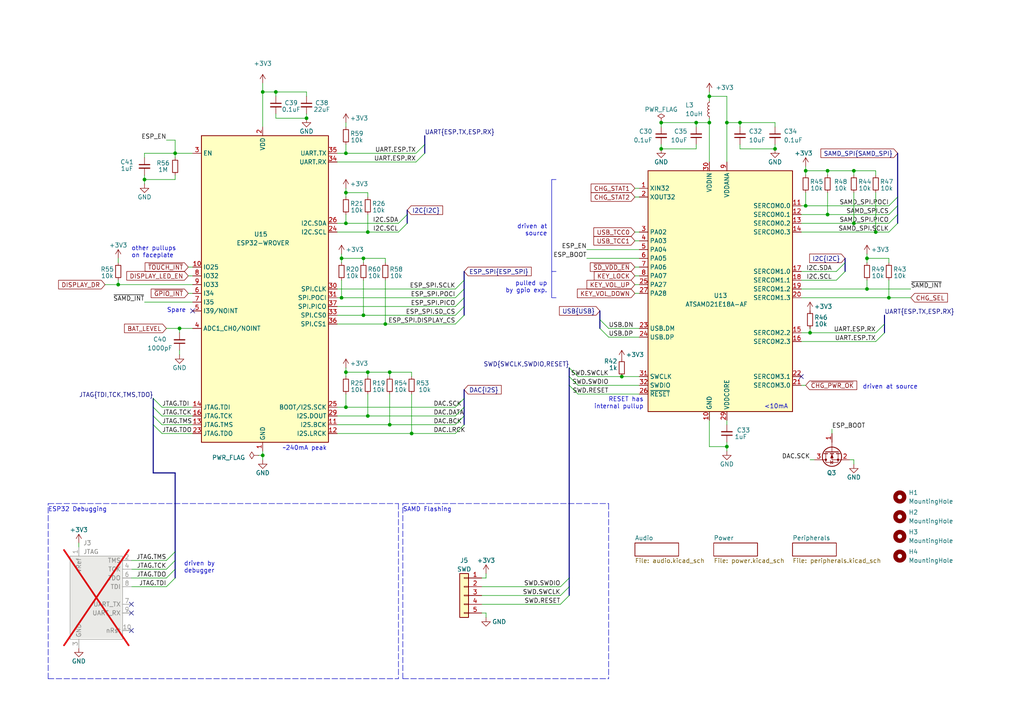
<source format=kicad_sch>
(kicad_sch (version 20230121) (generator eeschema)
  (paper "A4")
  (title_block (title "TANGARA") (date "2023-05-30") (rev "4") (company "made by jacqueline") (comment 1 "SPDX-License-Identifier: CERN-OHL-S-2.0"))
  (lib_symbols
    (symbol "Connector_Generic:Conn_01x05" (pin_names (offset 1.016) hide)
      (property "Reference" "J" (at 0 7.62 0))
      (property "Value" "Conn_01x05" (at 0 -7.62 0))
      (symbol "Conn_01x05_1_1"
        (rectangle (start -1.27 -4.953) (end 0 -5.207) (stroke (width 0.1524)))
        (rectangle (start -1.27 -2.413) (end 0 -2.667) (stroke (width 0.1524)))
        (rectangle (start -1.27 0.127) (end 0 -0.127) (stroke (width 0.1524)))
        (rectangle (start -1.27 2.667) (end 0 2.413) (stroke (width 0.1524)))
        (rectangle (start -1.27 5.207) (end 0 4.953) (stroke (width 0.1524)))
        (rectangle (start -1.27 6.35) (end 1.27 -6.35) (stroke (width 0.254)) (fill (type background)))
        (pin passive line (at -5.08 5.08 0) (length 3.81) (name "Pin_1") (number "1"))
        (pin passive line (at -5.08 2.54 0) (length 3.81) (name "Pin_2") (number "2"))
        (pin passive line (at -5.08 0 0) (length 3.81) (name "Pin_3") (number "3"))
        (pin passive line (at -5.08 -2.54 0) (length 3.81) (name "Pin_4") (number "4"))
        (pin passive line (at -5.08 -5.08 0) (length 3.81) (name "Pin_5") (number "5"))
      )
    )
    (symbol "Device:C_Small" (pin_numbers hide) (pin_names (offset 0.254) hide)
      (property "Reference" "C" (at 0.254 1.778 0))
      (property "Value" "C_Small" (at 0.254 -2.032 0))
      (symbol "C_Small_0_1"
        (polyline (pts (xy -1.524 -0.508) (xy 1.524 -0.508)) (stroke (width 0.3302)))
        (polyline (pts (xy -1.524 0.508) (xy 1.524 0.508)) (stroke (width 0.3048)))
      )
      (symbol "C_Small_1_1"
        (pin passive line (at 0 2.54 270) (length 2.032) (name "~") (number "1"))
        (pin passive line (at 0 -2.54 90) (length 2.032) (name "~") (number "2"))
      )
    )
    (symbol "Device:L_Small" (pin_numbers hide) (pin_names (offset 0.254) hide)
      (property "Reference" "L" (at 0.762 1.016 0))
      (property "Value" "L_Small" (at 0.762 -1.016 0))
      (symbol "L_Small_0_1"
        (arc (start 0 -2.032) (mid 0.5058 -1.524) (end 0 -1.016))
        (arc (start 0 -1.016) (mid 0.5058 -0.508) (end 0 0))
        (arc (start 0 0) (mid 0.5058 0.508) (end 0 1.016))
        (arc (start 0 1.016) (mid 0.5058 1.524) (end 0 2.032))
      )
      (symbol "L_Small_1_1"
        (pin passive line (at 0 2.54 270) (length 0.508) (name "~") (number "1"))
        (pin passive line (at 0 -2.54 90) (length 0.508) (name "~") (number "2"))
      )
    )
    (symbol "Device:Q_NMOS_GSD" (pin_names (offset 0) hide)
      (property "Reference" "Q" (at 5.08 1.27 0))
      (property "Value" "Q_NMOS_GSD" (at 5.08 -1.27 0))
      (symbol "Q_NMOS_GSD_0_1"
        (polyline (pts (xy 0.254 0) (xy -2.54 0)))
        (polyline (pts (xy 0.254 1.905) (xy 0.254 -1.905)) (stroke (width 0.254)))
        (polyline (pts (xy 0.762 -1.27) (xy 0.762 -2.286)) (stroke (width 0.254)))
        (polyline (pts (xy 0.762 0.508) (xy 0.762 -0.508)) (stroke (width 0.254)))
        (polyline (pts (xy 0.762 2.286) (xy 0.762 1.27)) (stroke (width 0.254)))
        (polyline (pts (xy 2.54 2.54) (xy 2.54 1.778)))
        (polyline (pts (xy 2.54 -2.54) (xy 2.54 0) (xy 0.762 0)))
        (polyline (pts (xy 0.762 -1.778) (xy 3.302 -1.778) (xy 3.302 1.778) (xy 0.762 1.778)))
        (polyline (pts (xy 1.016 0) (xy 2.032 0.381) (xy 2.032 -0.381) (xy 1.016 0)) (fill (type outline)))
        (polyline (pts (xy 2.794 0.508) (xy 2.921 0.381) (xy 3.683 0.381) (xy 3.81 0.254)))
        (polyline (pts (xy 3.302 0.381) (xy 2.921 -0.254) (xy 3.683 -0.254) (xy 3.302 0.381)))
        (circle (center 1.651 0) (radius 2.794) (stroke (width 0.254)))
        (circle (center 2.54 -1.778) (radius 0.254) (fill (type outline)))
        (circle (center 2.54 1.778) (radius 0.254) (fill (type outline)))
      )
      (symbol "Q_NMOS_GSD_1_1"
        (pin input line (at -5.08 0 0) (length 2.54) (name "G") (number "1"))
        (pin passive line (at 2.54 -5.08 90) (length 2.54) (name "S") (number "2"))
        (pin passive line (at 2.54 5.08 270) (length 2.54) (name "D") (number "3"))
      )
    )
    (symbol "Device:R_Small" (pin_numbers hide) (pin_names (offset 0.254) hide)
      (property "Reference" "R" (at 0.762 0.508 0))
      (property "Value" "R_Small" (at 0.762 -1.016 0))
      (symbol "R_Small_0_1"
        (rectangle (start -0.762 1.778) (end 0.762 -1.778) (stroke (width 0.2032)))
      )
      (symbol "R_Small_1_1"
        (pin passive line (at 0 2.54 270) (length 0.762) (name "~") (number "1"))
        (pin passive line (at 0 -2.54 90) (length 0.762) (name "~") (number "2"))
      )
    )
    (symbol "Mechanical:MountingHole" (pin_names (offset 1.016))
      (property "Reference" "H" (at 0 5.08 0))
      (property "Value" "MountingHole" (at 0 3.175 0))
      (symbol "MountingHole_0_1"
        (circle (center 0 0) (radius 1.27) (stroke (width 1.27)))
      )
    )
    (symbol "power:+3V3" (power) (pin_names (offset 0))
      (property "Value" "+3V3" (at 0 3.556 0))
      (symbol "+3V3_0_1"
        (polyline (pts (xy -0.762 1.27) (xy 0 2.54)))
        (polyline (pts (xy 0 0) (xy 0 2.54)))
        (polyline (pts (xy 0 2.54) (xy 0.762 1.27)))
      )
      (symbol "+3V3_1_1"
        (pin power_in line (at 0 0 90) (length 0) hide (name "+3V3") (number "1"))
      )
    )
    (symbol "power:GND" (power) (pin_names (offset 0))
      (property "Value" "GND" (at 0 -3.81 0))
      (symbol "GND_0_1"
        (polyline (pts (xy 0 0) (xy 0 -1.27) (xy 1.27 -1.27) (xy 0 -2.54) (xy -1.27 -1.27) (xy 0 -1.27)))
      )
      (symbol "GND_1_1"
        (pin power_in line (at 0 0 270) (length 0) hide (name "GND") (number "1"))
      )
    )
    (symbol "power:PWR_FLAG" (power) (pin_numbers hide) (pin_names (offset 0) hide)
      (property "Value" "PWR_FLAG" (at 0 3.81 0))
      (symbol "PWR_FLAG_0_0"
        (pin power_out line (at 0 0 90) (length 0) (name "pwr") (number "1"))
      )
      (symbol "PWR_FLAG_0_1"
        (polyline (pts (xy 0 0) (xy 0 1.27) (xy -1.016 1.905) (xy 0 2.54) (xy 1.016 1.905) (xy 0 1.27)))
      )
    )
    (symbol "symbols:ATSAMD21E15A-A"
      (property "Reference" "U" (at 0 15.24 0))
      (property "Value" "ATSAMD21E15A-A" (at 0 10.16 0))
      (symbol "ATSAMD21E15A-A_1_1"
        (rectangle (start -20.32 45.72) (end 21.59 -24.13) (stroke (width 0.254)) (fill (type background)))
        (pin bidirectional line (at -22.86 40.64 0) (length 2.54) (name "XIN32") (number "1"))
        (pin power_in line (at -2.54 -26.67 90) (length 2.54) (name "GND") (number "10"))
        (pin bidirectional line (at 24.13 35.56 180) (length 2.54) (name "SERCOM0.0") (number "11"))
        (pin bidirectional line (at 24.13 33.02 180) (length 2.54) (name "SERCOM0.1") (number "12"))
        (pin bidirectional line (at 24.13 30.48 180) (length 2.54) (name "SERCOM0.2") (number "13"))
        (pin bidirectional line (at 24.13 27.94 180) (length 2.54) (name "SERCOM0.3") (number "14"))
        (pin bidirectional line (at 24.13 -1.27 180) (length 2.54) (name "SERCOM2.2") (number "15"))
        (pin bidirectional line (at 24.13 -3.81 180) (length 2.54) (name "SERCOM2.3") (number "16"))
        (pin bidirectional line (at 24.13 16.51 180) (length 2.54) (name "SERCOM1.0") (number "17"))
        (pin bidirectional line (at 24.13 13.97 180) (length 2.54) (name "SERCOM1.1") (number "18"))
        (pin bidirectional line (at 24.13 11.43 180) (length 2.54) (name "SERCOM1.2") (number "19"))
        (pin bidirectional line (at -22.86 38.1 0) (length 2.54) (name "XOUT32") (number "2"))
        (pin bidirectional line (at 24.13 8.89 180) (length 2.54) (name "SERCOM1.3") (number "20"))
        (pin bidirectional line (at 24.13 -16.51 180) (length 2.54) (name "SERCOM3.0") (number "21"))
        (pin bidirectional line (at 24.13 -13.97 180) (length 2.54) (name "SERCOM3.1") (number "22"))
        (pin bidirectional line (at -22.86 0 0) (length 2.54) (name "USB.DM") (number "23"))
        (pin bidirectional line (at -22.86 -2.54 0) (length 2.54) (name "USB.DP") (number "24"))
        (pin bidirectional line (at -22.86 12.7 0) (length 2.54) (name "PA27") (number "25"))
        (pin input line (at -22.86 -19.05 0) (length 2.54) (name "~{RESET}") (number "26"))
        (pin bidirectional line (at -22.86 10.16 0) (length 2.54) (name "PA28") (number "27"))
        (pin power_in line (at -2.54 -26.67 90) (length 2.54) hide (name "GND") (number "28"))
        (pin power_out line (at 2.54 -26.67 90) (length 2.54) (name "VDDCORE") (number "29"))
        (pin bidirectional line (at -22.86 27.94 0) (length 2.54) (name "PA02") (number "3"))
        (pin power_in line (at -2.54 48.26 270) (length 2.54) (name "VDDIN") (number "30"))
        (pin bidirectional line (at -22.86 -13.97 0) (length 2.54) (name "SWCLK") (number "31"))
        (pin bidirectional line (at -22.86 -16.51 0) (length 2.54) (name "SWDIO") (number "32"))
        (pin bidirectional line (at -22.86 25.4 0) (length 2.54) (name "PA03") (number "4"))
        (pin bidirectional line (at -22.86 22.86 0) (length 2.54) (name "PA04") (number "5"))
        (pin bidirectional line (at -22.86 20.32 0) (length 2.54) (name "PA05") (number "6"))
        (pin bidirectional line (at -22.86 17.78 0) (length 2.54) (name "PA06") (number "7"))
        (pin bidirectional line (at -22.86 15.24 0) (length 2.54) (name "PA07") (number "8"))
        (pin power_in line (at 2.54 48.26 270) (length 2.54) (name "VDDANA") (number "9"))
      )
    )
    (symbol "symbols:BMDU"
      (property "Reference" "U" (at -5.08 6.35 0))
      (property "Value" "BMDU" (at -5.08 6.35 0))
      (symbol "BMDU_0_0"
        (pin power_in line (at -5.08 20.32 270) (length 2.54) (name "vRef") (number "1"))
        (pin output line (at 10.16 -3.81 180) (length 2.54) (name "nRst") (number "10"))
        (pin output line (at 10.16 16.51 180) (length 2.54) (name "TMS") (number "2"))
        (pin power_in line (at -5.08 -8.89 90) (length 2.54) (name "GND") (number "3"))
        (pin output line (at 10.16 13.97 180) (length 2.54) (name "TCK") (number "4"))
        (pin power_in line (at -5.08 -8.89 90) (length 2.54) hide (name "GND") (number "5"))
        (pin output line (at 10.16 11.43 180) (length 2.54) (name "TDO") (number "6"))
        (pin output line (at 10.16 3.81 180) (length 2.54) (name "UART_TX") (number "7"))
        (pin input line (at 10.16 8.89 180) (length 2.54) (name "TDI") (number "8"))
        (pin input line (at 10.16 1.27 180) (length 2.54) (name "UART_RX") (number "9"))
      )
      (symbol "BMDU_0_1"
        (rectangle (start -7.62 17.78) (end 7.62 -6.35) (fill (type background)))
      )
    )
    (symbol "symbols:ESP32-WROOM"
      (property "Reference" "U" (at -17.78 34.29 0))
      (property "Value" "ESP32-WROOM" (at -3.81 34.29 0))
      (symbol "ESP32-WROOM_0_1"
        (rectangle (start -17.78 33.02) (end 19.05 -55.88) (stroke (width 0.254)) (fill (type background)))
      )
      (symbol "ESP32-WROOM_1_1"
        (pin power_in line (at 0 -58.42 90) (length 2.54) (name "GND") (number "1"))
        (pin bidirectional line (at -20.32 -5.08 0) (length 2.54) (name "IO25") (number "10"))
        (pin bidirectional line (at 21.59 -50.8 180) (length 2.54) (name "I2S.BCK") (number "11"))
        (pin bidirectional line (at 21.59 -53.34 180) (length 2.54) (name "I2S.LRCK") (number "12"))
        (pin bidirectional line (at -20.32 -50.8 0) (length 2.54) (name "JTAG.TMS") (number "13"))
        (pin bidirectional line (at -20.32 -45.72 0) (length 2.54) (name "JTAG.TDI") (number "14"))
        (pin power_in line (at 0 -58.42 90) (length 2.54) hide (name "GND") (number "15"))
        (pin bidirectional line (at -20.32 -48.26 0) (length 2.54) (name "JTAG.TCK") (number "16"))
        (pin no_connect line (at -17.78 16.51 0) (length 2.54) hide (name "SHD/SD2") (number "17"))
        (pin no_connect line (at -17.78 13.97 0) (length 2.54) hide (name "SWP/SD3") (number "18"))
        (pin no_connect line (at -17.78 8.89 0) (length 2.54) hide (name "SCS/CMD") (number "19"))
        (pin power_in line (at 0 35.56 270) (length 2.54) (name "VDD") (number "2"))
        (pin no_connect line (at -17.78 11.43 0) (length 2.54) hide (name "SCK/CLK") (number "20"))
        (pin no_connect line (at -17.78 21.59 0) (length 2.54) hide (name "SDO/SD0") (number "21"))
        (pin no_connect line (at -17.78 19.05 0) (length 2.54) hide (name "SDI/SD1") (number "22"))
        (pin bidirectional line (at -20.32 -53.34 0) (length 2.54) (name "JTAG.TDO") (number "23"))
        (pin bidirectional line (at 21.59 5.08 180) (length 2.54) (name "I2C.SCL") (number "24"))
        (pin bidirectional line (at 21.59 -45.72 180) (length 2.54) (name "BOOT/I2S.SCK") (number "25"))
        (pin bidirectional line (at 21.59 7.62 180) (length 2.54) (name "I2C.SDA") (number "26"))
        (pin no_connect line (at -17.78 6.35 0) (length 2.54) hide (name "IO16") (number "27"))
        (pin no_connect line (at -17.78 3.81 0) (length 2.54) hide (name "IO17") (number "28"))
        (pin bidirectional line (at 21.59 -48.26 180) (length 2.54) (name "I2S.DOUT") (number "29"))
        (pin input line (at -20.32 27.94 0) (length 2.54) (name "EN") (number "3"))
        (pin bidirectional line (at 21.59 -11.43 180) (length 2.54) (name "SPI.CLK") (number "30"))
        (pin bidirectional line (at 21.59 -13.97 180) (length 2.54) (name "SPI.POCI") (number "31"))
        (pin no_connect line (at -17.78 1.27 0) (length 2.54) hide (name "NC") (number "32"))
        (pin bidirectional line (at 21.59 -19.05 180) (length 2.54) (name "SPI.CS0") (number "33"))
        (pin bidirectional line (at 21.59 25.4 180) (length 2.54) (name "UART.RX") (number "34"))
        (pin bidirectional line (at 21.59 27.94 180) (length 2.54) (name "UART.TX") (number "35"))
        (pin bidirectional line (at 21.59 -21.59 180) (length 2.54) (name "SPI.CS1") (number "36"))
        (pin bidirectional line (at 21.59 -16.51 180) (length 2.54) (name "SPI.PICO") (number "37"))
        (pin power_in line (at 0 -58.42 90) (length 2.54) hide (name "GND") (number "38"))
        (pin power_in line (at 0 -58.42 90) (length 2.54) hide (name "GND") (number "39"))
        (pin input line (at -20.32 -22.86 0) (length 2.54) (name "ADC1_CH0/NOINT") (number "4"))
        (pin input line (at -20.32 -17.78 0) (length 2.54) (name "I39/NOINT") (number "5"))
        (pin input line (at -20.32 -12.7 0) (length 2.54) (name "I34") (number "6"))
        (pin input line (at -20.32 -15.24 0) (length 2.54) (name "I35") (number "7"))
        (pin bidirectional line (at -20.32 -7.62 0) (length 2.54) (name "IO32") (number "8"))
        (pin bidirectional line (at -20.32 -10.16 0) (length 2.54) (name "IO33") (number "9"))
      )
    )
  )
  (bus_alias "ESP_SPI" (members "SCLK" "POCI" "PICO" "SD_CS" "DISPLAY_CS"))
  (bus_alias "USB" (members "DN" "DP"))
  (bus_alias "I2C" (members "SDA" "SCL"))
  (bus_alias "I2S" (members "SCK" "BCK" "LRCK" "DATA"))
  (bus_alias "SAMD_SPI" (members "SCLK" "POCI" "PICO" "CS"))
  (junction (at 247.65 64.77))
  (junction (at 113.03 123.19))
  (junction (at 88.9 34.29))
  (junction (at 100.33 107.95))
  (junction (at 251.46 83.82))
  (junction (at 233.68 59.69))
  (junction (at 247.65 49.53))
  (junction (at 254 67.31))
  (junction (at 191.77 35.56))
  (junction (at 100.33 44.45))
  (junction (at 100.33 55.88))
  (junction (at 205.74 27.94))
  (junction (at 106.68 107.95))
  (junction (at 99.06 86.36))
  (junction (at 111.76 93.98))
  (junction (at 233.68 49.53))
  (junction (at 34.29 82.55))
  (junction (at 113.03 107.95))
  (junction (at 210.82 35.56))
  (junction (at 105.41 91.44))
  (junction (at 100.33 64.77))
  (junction (at 224.79 43.18))
  (junction (at 106.68 67.31))
  (junction (at 105.41 74.93))
  (junction (at 52.07 95.25))
  (junction (at 180.34 109.22))
  (junction (at 41.91 52.07))
  (junction (at 240.03 62.23))
  (junction (at 201.93 35.56))
  (junction (at 80.01 26.67))
  (junction (at 50.8 44.45))
  (junction (at 214.63 35.56))
  (junction (at 205.74 35.56))
  (junction (at 251.46 74.93))
  (junction (at 240.03 49.53))
  (junction (at 191.77 43.18))
  (junction (at 234.95 96.52))
  (junction (at 76.2 26.67))
  (junction (at 257.81 86.36))
  (junction (at 100.33 118.11))
  (junction (at 106.68 120.65))
  (junction (at 119.38 125.73))
  (junction (at 76.2 132.08))
  (junction (at 99.06 74.93))
  (junction (at 210.82 129.54))
  (no_connect (at 55.88 90.17))
  (no_connect (at 38.1 182.88))
  (no_connect (at 232.41 109.22))
  (no_connect (at 38.1 175.26))
  (no_connect (at 38.1 177.8))
  (bus_entry (at 134.62 115.57) (size -2.54 2.54))
  (bus_entry (at 165.1 106.68) (size 2.54 2.54))
  (bus_entry (at 165.1 109.22) (size 2.54 2.54))
  (bus_entry (at 165.1 111.76) (size 2.54 2.54))
  (bus_entry (at 44.45 123.19) (size 2.54 2.54))
  (bus_entry (at 44.45 115.57) (size 2.54 2.54))
  (bus_entry (at 44.45 118.11) (size 2.54 2.54))
  (bus_entry (at 44.45 120.65) (size 2.54 2.54))
  (bus_entry (at 257.81 64.77) (size 2.54 -2.54))
  (bus_entry (at 257.81 62.23) (size 2.54 -2.54))
  (bus_entry (at 257.81 59.69) (size 2.54 -2.54))
  (bus_entry (at 162.56 170.18) (size 2.54 -2.54))
  (bus_entry (at 132.08 86.36) (size 2.54 -2.54))
  (bus_entry (at 132.08 83.82) (size 2.54 -2.54))
  (bus_entry (at 132.08 88.9) (size 2.54 -2.54))
  (bus_entry (at 132.08 93.98) (size 2.54 -2.54))
  (bus_entry (at 132.08 91.44) (size 2.54 -2.54))
  (bus_entry (at 120.65 46.99) (size 2.54 -2.54))
  (bus_entry (at 120.65 44.45) (size 2.54 -2.54))
  (bus_entry (at 48.26 165.1) (size 2.54 -2.54))
  (bus_entry (at 48.26 167.64) (size 2.54 -2.54))
  (bus_entry (at 48.26 162.56) (size 2.54 -2.54))
  (bus_entry (at 48.26 170.18) (size 2.54 -2.54))
  (bus_entry (at 162.56 175.26) (size 2.54 -2.54))
  (bus_entry (at 242.57 78.74) (size 2.54 -2.54))
  (bus_entry (at 257.81 67.31) (size 2.54 -2.54))
  (bus_entry (at 132.08 120.65) (size 2.54 -2.54))
  (bus_entry (at 132.08 125.73) (size 2.54 -2.54))
  (bus_entry (at 132.08 123.19) (size 2.54 -2.54))
  (bus_entry (at 242.57 81.28) (size 2.54 -2.54))
  (bus_entry (at 115.57 64.77) (size 2.54 -2.54))
  (bus_entry (at 115.57 67.31) (size 2.54 -2.54))
  (bus_entry (at 254 96.52) (size 2.54 -2.54))
  (bus_entry (at 254 99.06) (size 2.54 -2.54))
  (bus_entry (at 162.56 172.72) (size 2.54 -2.54))
  (bus_entry (at 173.99 95.25) (size 2.54 2.54))
  (bus_entry (at 173.99 92.71) (size 2.54 2.54))
  (wire (pts (xy 247.65 134.62) (xy 247.65 133.35)))
  (bus (pts (xy 44.45 115.57) (xy 44.45 118.11)))
  (wire (pts (xy 257.81 81.28) (xy 257.81 86.36)))
  (wire (pts (xy 205.74 119.38) (xy 205.74 129.54)))
  (wire (pts (xy 97.79 120.65) (xy 106.68 120.65)))
  (wire (pts (xy 205.74 129.54) (xy 210.82 129.54)))
  (wire (pts (xy 232.41 81.28) (xy 242.57 81.28)))
  (bus (pts (xy 260.35 62.23) (xy 260.35 64.77)))
  (wire (pts (xy 99.06 81.28) (xy 99.06 86.36)))
  (wire (pts (xy 97.79 125.73) (xy 119.38 125.73)))
  (wire (pts (xy 251.46 74.93) (xy 257.81 74.93)))
  (wire (pts (xy 50.8 50.8) (xy 50.8 52.07)))
  (wire (pts (xy 257.81 62.23) (xy 240.03 62.23)))
  (wire (pts (xy 214.63 43.18) (xy 214.63 41.91)))
  (wire (pts (xy 100.33 106.68) (xy 100.33 107.95)))
  (wire (pts (xy 97.79 123.19) (xy 113.03 123.19)))
  (bus (pts (xy 134.62 115.57) (xy 134.62 118.11)))
  (wire (pts (xy 184.15 85.09) (xy 185.42 85.09)))
  (wire (pts (xy 100.33 107.95) (xy 106.68 107.95)))
  (wire (pts (xy 105.41 74.93) (xy 111.76 74.93)))
  (polyline (pts (xy 161.29 52.07) (xy 160.02 52.07)))
  (wire (pts (xy 48.26 95.25) (xy 52.07 95.25)))
  (wire (pts (xy 247.65 49.53) (xy 254 49.53)))
  (polyline (pts (xy 160.02 52.07) (xy 160.02 78.74)))
  (wire (pts (xy 111.76 74.93) (xy 111.76 76.2)))
  (wire (pts (xy 180.34 109.22) (xy 185.42 109.22)))
  (wire (pts (xy 30.48 82.55) (xy 34.29 82.55)))
  (polyline (pts (xy 176.53 146.05) (xy 176.53 196.85)) (stroke (width 0) (type dash)))
  (wire (pts (xy 99.06 86.36) (xy 132.08 86.36)))
  (wire (pts (xy 176.53 97.79) (xy 185.42 97.79)))
  (bus (pts (xy 50.8 160.02) (xy 50.8 162.56)))
  (wire (pts (xy 234.95 95.25) (xy 234.95 96.52)))
  (wire (pts (xy 224.79 35.56) (xy 224.79 36.83)))
  (wire (pts (xy 139.7 172.72) (xy 162.56 172.72)))
  (wire (pts (xy 97.79 83.82) (xy 132.08 83.82)))
  (wire (pts (xy 74.93 132.08) (xy 76.2 132.08)))
  (wire (pts (xy 167.64 109.22) (xy 180.34 109.22)))
  (wire (pts (xy 76.2 26.67) (xy 80.01 26.67)))
  (wire (pts (xy 52.07 96.52) (xy 52.07 95.25)))
  (bus (pts (xy 173.99 90.17) (xy 173.99 92.71)))
  (wire (pts (xy 241.3 124.46) (xy 241.3 125.73)))
  (wire (pts (xy 41.91 52.07) (xy 50.8 52.07)))
  (wire (pts (xy 140.97 166.37) (xy 140.97 167.64)))
  (bus (pts (xy 134.62 118.11) (xy 134.62 120.65)))
  (bus (pts (xy 165.1 106.68) (xy 165.1 109.22)))
  (bus (pts (xy 123.19 41.91) (xy 123.19 44.45)))
  (wire (pts (xy 232.41 86.36) (xy 257.81 86.36)))
  (wire (pts (xy 201.93 35.56) (xy 191.77 35.56)))
  (wire (pts (xy 184.15 67.31) (xy 185.42 67.31)))
  (wire (pts (xy 41.91 50.8) (xy 41.91 52.07)))
  (wire (pts (xy 184.15 57.15) (xy 185.42 57.15)))
  (wire (pts (xy 113.03 123.19) (xy 132.08 123.19)))
  (wire (pts (xy 251.46 74.93) (xy 251.46 76.2)))
  (polyline (pts (xy 116.84 146.05) (xy 176.53 146.05)) (stroke (width 0) (type dash)))
  (wire (pts (xy 48.26 40.64) (xy 50.8 40.64)))
  (wire (pts (xy 234.95 133.35) (xy 236.22 133.35)))
  (wire (pts (xy 113.03 107.95) (xy 113.03 109.22)))
  (wire (pts (xy 176.53 95.25) (xy 185.42 95.25)))
  (wire (pts (xy 76.2 26.67) (xy 76.2 36.83)))
  (wire (pts (xy 105.41 81.28) (xy 105.41 91.44)))
  (wire (pts (xy 184.15 54.61) (xy 185.42 54.61)))
  (wire (pts (xy 247.65 133.35) (xy 246.38 133.35)))
  (wire (pts (xy 140.97 179.07) (xy 140.97 177.8)))
  (wire (pts (xy 100.33 114.3) (xy 100.33 118.11)))
  (wire (pts (xy 247.65 55.88) (xy 247.65 64.77)))
  (wire (pts (xy 240.03 50.8) (xy 240.03 49.53)))
  (wire (pts (xy 184.15 77.47) (xy 185.42 77.47)))
  (wire (pts (xy 184.15 80.01) (xy 185.42 80.01)))
  (wire (pts (xy 210.82 35.56) (xy 210.82 46.99)))
  (wire (pts (xy 257.81 86.36) (xy 264.16 86.36)))
  (wire (pts (xy 100.33 107.95) (xy 100.33 109.22)))
  (wire (pts (xy 46.99 120.65) (xy 55.88 120.65)))
  (wire (pts (xy 232.41 83.82) (xy 251.46 83.82)))
  (bus (pts (xy 245.11 76.2) (xy 245.11 78.74)))
  (wire (pts (xy 233.68 55.88) (xy 233.68 59.69)))
  (wire (pts (xy 232.41 78.74) (xy 242.57 78.74)))
  (polyline (pts (xy 160.02 78.74) (xy 160.02 86.36)))
  (wire (pts (xy 257.81 59.69) (xy 233.68 59.69)))
  (wire (pts (xy 113.03 114.3) (xy 113.03 123.19)))
  (wire (pts (xy 22.86 157.48) (xy 22.86 158.75)))
  (wire (pts (xy 80.01 26.67) (xy 88.9 26.67)))
  (wire (pts (xy 139.7 175.26) (xy 162.56 175.26)))
  (wire (pts (xy 76.2 24.13) (xy 76.2 26.67)))
  (wire (pts (xy 106.68 107.95) (xy 113.03 107.95)))
  (bus (pts (xy 165.1 109.22) (xy 165.1 111.76)))
  (bus (pts (xy 165.1 170.18) (xy 165.1 172.72)))
  (wire (pts (xy 46.99 118.11) (xy 55.88 118.11)))
  (wire (pts (xy 34.29 74.93) (xy 34.29 76.2)))
  (polyline (pts (xy 13.97 196.85) (xy 13.97 146.05)) (stroke (width 0) (type dash)))
  (wire (pts (xy 99.06 74.93) (xy 105.41 74.93)))
  (polyline (pts (xy 160.02 78.74) (xy 161.29 78.74)))
  (wire (pts (xy 46.99 123.19) (xy 55.88 123.19)))
  (wire (pts (xy 201.93 35.56) (xy 201.93 36.83)))
  (wire (pts (xy 80.01 33.02) (xy 80.01 34.29)))
  (wire (pts (xy 247.65 64.77) (xy 257.81 64.77)))
  (wire (pts (xy 80.01 34.29) (xy 88.9 34.29)))
  (wire (pts (xy 184.15 82.55) (xy 185.42 82.55)))
  (wire (pts (xy 119.38 107.95) (xy 119.38 109.22)))
  (wire (pts (xy 247.65 50.8) (xy 247.65 49.53)))
  (wire (pts (xy 88.9 26.67) (xy 88.9 27.94)))
  (wire (pts (xy 191.77 35.56) (xy 191.77 36.83)))
  (bus (pts (xy 134.62 88.9) (xy 134.62 86.36)))
  (wire (pts (xy 97.79 67.31) (xy 106.68 67.31)))
  (wire (pts (xy 119.38 125.73) (xy 132.08 125.73)))
  (wire (pts (xy 232.41 96.52) (xy 234.95 96.52)))
  (wire (pts (xy 100.33 62.23) (xy 100.33 64.77)))
  (wire (pts (xy 214.63 43.18) (xy 224.79 43.18)))
  (bus (pts (xy 134.62 120.65) (xy 134.62 123.19)))
  (wire (pts (xy 167.64 111.76) (xy 185.42 111.76)))
  (bus (pts (xy 165.1 111.76) (xy 165.1 167.64)))
  (polyline (pts (xy 160.02 86.36) (xy 161.29 86.36)))
  (wire (pts (xy 170.18 72.39) (xy 185.42 72.39)))
  (wire (pts (xy 38.1 165.1) (xy 48.26 165.1)))
  (bus (pts (xy 44.45 120.65) (xy 44.45 123.19)))
  (wire (pts (xy 46.99 125.73) (xy 55.88 125.73)))
  (wire (pts (xy 100.33 41.91) (xy 100.33 44.45)))
  (wire (pts (xy 106.68 120.65) (xy 132.08 120.65)))
  (wire (pts (xy 111.76 81.28) (xy 111.76 93.98)))
  (wire (pts (xy 254 55.88) (xy 254 67.31)))
  (wire (pts (xy 254 49.53) (xy 254 50.8)))
  (wire (pts (xy 97.79 64.77) (xy 100.33 64.77)))
  (wire (pts (xy 210.82 27.94) (xy 210.82 35.56)))
  (wire (pts (xy 97.79 88.9) (xy 132.08 88.9)))
  (bus (pts (xy 173.99 92.71) (xy 173.99 95.25)))
  (wire (pts (xy 233.68 48.26) (xy 233.68 49.53)))
  (polyline (pts (xy 116.84 196.85) (xy 116.84 146.05)) (stroke (width 0) (type dash)))
  (wire (pts (xy 167.64 114.3) (xy 185.42 114.3)))
  (wire (pts (xy 38.1 167.64) (xy 48.26 167.64)))
  (wire (pts (xy 99.06 74.93) (xy 99.06 76.2)))
  (wire (pts (xy 210.82 128.27) (xy 210.82 129.54)))
  (wire (pts (xy 38.1 170.18) (xy 48.26 170.18)))
  (wire (pts (xy 233.68 59.69) (xy 232.41 59.69)))
  (bus (pts (xy 44.45 137.16) (xy 50.8 137.16)))
  (wire (pts (xy 232.41 62.23) (xy 240.03 62.23)))
  (wire (pts (xy 100.33 35.56) (xy 100.33 36.83)))
  (polyline (pts (xy 116.84 196.85) (xy 176.53 196.85)) (stroke (width 0) (type dash)))
  (wire (pts (xy 139.7 170.18) (xy 162.56 170.18)))
  (wire (pts (xy 54.61 77.47) (xy 55.88 77.47)))
  (wire (pts (xy 105.41 91.44) (xy 132.08 91.44)))
  (wire (pts (xy 232.41 67.31) (xy 254 67.31)))
  (wire (pts (xy 97.79 44.45) (xy 100.33 44.45)))
  (wire (pts (xy 100.33 64.77) (xy 115.57 64.77)))
  (wire (pts (xy 224.79 41.91) (xy 224.79 43.18)))
  (wire (pts (xy 205.74 27.94) (xy 210.82 27.94)))
  (wire (pts (xy 251.46 73.66) (xy 251.46 74.93)))
  (wire (pts (xy 240.03 55.88) (xy 240.03 62.23)))
  (wire (pts (xy 76.2 132.08) (xy 76.2 130.81)))
  (wire (pts (xy 205.74 26.67) (xy 205.74 27.94)))
  (wire (pts (xy 76.2 133.35) (xy 76.2 132.08)))
  (wire (pts (xy 38.1 162.56) (xy 48.26 162.56)))
  (wire (pts (xy 232.41 64.77) (xy 247.65 64.77)))
  (wire (pts (xy 232.41 99.06) (xy 254 99.06)))
  (bus (pts (xy 134.62 78.74) (xy 134.62 81.28)))
  (wire (pts (xy 41.91 52.07) (xy 41.91 53.34)))
  (wire (pts (xy 191.77 41.91) (xy 191.77 43.18)))
  (bus (pts (xy 134.62 91.44) (xy 134.62 88.9)))
  (bus (pts (xy 134.62 86.36) (xy 134.62 83.82)))
  (wire (pts (xy 240.03 49.53) (xy 247.65 49.53)))
  (bus (pts (xy 118.11 62.23) (xy 118.11 64.77)))
  (wire (pts (xy 41.91 44.45) (xy 50.8 44.45)))
  (bus (pts (xy 123.19 39.37) (xy 123.19 41.91)))
  (wire (pts (xy 113.03 107.95) (xy 119.38 107.95)))
  (wire (pts (xy 233.68 50.8) (xy 233.68 49.53)))
  (wire (pts (xy 34.29 81.28) (xy 34.29 82.55)))
  (wire (pts (xy 105.41 74.93) (xy 105.41 76.2)))
  (wire (pts (xy 100.33 44.45) (xy 120.65 44.45)))
  (wire (pts (xy 251.46 83.82) (xy 264.16 83.82)))
  (wire (pts (xy 100.33 57.15) (xy 100.33 55.88)))
  (wire (pts (xy 111.76 93.98) (xy 132.08 93.98)))
  (wire (pts (xy 170.18 74.93) (xy 185.42 74.93)))
  (wire (pts (xy 41.91 45.72) (xy 41.91 44.45)))
  (polyline (pts (xy 13.97 146.05) (xy 115.57 146.05)) (stroke (width 0) (type dash)))
  (wire (pts (xy 34.29 82.55) (xy 55.88 82.55)))
  (bus (pts (xy 134.62 83.82) (xy 134.62 81.28)))
  (wire (pts (xy 106.68 62.23) (xy 106.68 67.31)))
  (wire (pts (xy 54.61 80.01) (xy 55.88 80.01)))
  (wire (pts (xy 205.74 35.56) (xy 205.74 46.99)))
  (wire (pts (xy 210.82 35.56) (xy 214.63 35.56)))
  (bus (pts (xy 256.54 93.98) (xy 256.54 96.52)))
  (bus (pts (xy 50.8 137.16) (xy 50.8 160.02)))
  (wire (pts (xy 97.79 93.98) (xy 111.76 93.98)))
  (bus (pts (xy 50.8 162.56) (xy 50.8 165.1)))
  (wire (pts (xy 106.68 114.3) (xy 106.68 120.65)))
  (wire (pts (xy 100.33 54.61) (xy 100.33 55.88)))
  (wire (pts (xy 214.63 35.56) (xy 224.79 35.56)))
  (wire (pts (xy 257.81 74.93) (xy 257.81 76.2)))
  (wire (pts (xy 100.33 55.88) (xy 106.68 55.88)))
  (wire (pts (xy 52.07 95.25) (xy 55.88 95.25)))
  (bus (pts (xy 118.11 60.96) (xy 118.11 62.23)))
  (wire (pts (xy 119.38 114.3) (xy 119.38 125.73)))
  (wire (pts (xy 140.97 177.8) (xy 139.7 177.8)))
  (wire (pts (xy 205.74 27.94) (xy 205.74 29.21)))
  (bus (pts (xy 260.35 57.15) (xy 260.35 59.69)))
  (wire (pts (xy 201.93 43.18) (xy 201.93 41.91)))
  (wire (pts (xy 140.97 167.64) (xy 139.7 167.64)))
  (bus (pts (xy 44.45 118.11) (xy 44.45 120.65)))
  (wire (pts (xy 106.68 67.31) (xy 115.57 67.31)))
  (wire (pts (xy 80.01 26.67) (xy 80.01 27.94)))
  (bus (pts (xy 134.62 113.03) (xy 134.62 115.57)))
  (wire (pts (xy 50.8 44.45) (xy 55.88 44.45)))
  (bus (pts (xy 260.35 59.69) (xy 260.35 62.23)))
  (bus (pts (xy 44.45 123.19) (xy 44.45 137.16)))
  (wire (pts (xy 100.33 118.11) (xy 132.08 118.11)))
  (wire (pts (xy 205.74 35.56) (xy 201.93 35.56)))
  (wire (pts (xy 210.82 123.19) (xy 210.82 121.92)))
  (wire (pts (xy 88.9 34.29) (xy 88.9 33.02)))
  (wire (pts (xy 251.46 81.28) (xy 251.46 83.82)))
  (wire (pts (xy 50.8 45.72) (xy 50.8 44.45)))
  (wire (pts (xy 210.82 129.54) (xy 210.82 130.81)))
  (wire (pts (xy 97.79 46.99) (xy 120.65 46.99)))
  (wire (pts (xy 214.63 35.56) (xy 214.63 36.83)))
  (bus (pts (xy 245.11 74.93) (xy 245.11 76.2)))
  (wire (pts (xy 233.68 49.53) (xy 240.03 49.53)))
  (polyline (pts (xy 13.97 196.85) (xy 115.57 196.85)) (stroke (width 0) (type dash)))
  (wire (pts (xy 97.79 91.44) (xy 105.41 91.44)))
  (wire (pts (xy 254 67.31) (xy 257.81 67.31)))
  (wire (pts (xy 106.68 107.95) (xy 106.68 109.22)))
  (wire (pts (xy 54.61 85.09) (xy 55.88 85.09)))
  (wire (pts (xy 201.93 43.18) (xy 191.77 43.18)))
  (wire (pts (xy 97.79 118.11) (xy 100.33 118.11)))
  (wire (pts (xy 52.07 102.87) (xy 52.07 101.6)))
  (polyline (pts (xy 115.57 146.05) (xy 115.57 196.85)) (stroke (width 0) (type dash)))
  (wire (pts (xy 97.79 86.36) (xy 99.06 86.36)))
  (bus (pts (xy 165.1 167.64) (xy 165.1 170.18)))
  (wire (pts (xy 41.91 87.63) (xy 55.88 87.63)))
  (wire (pts (xy 205.74 34.29) (xy 205.74 35.56)))
  (wire (pts (xy 184.15 69.85) (xy 185.42 69.85)))
  (bus (pts (xy 260.35 44.45) (xy 260.35 57.15)))
  (wire (pts (xy 234.95 96.52) (xy 254 96.52)))
  (wire (pts (xy 99.06 73.66) (xy 99.06 74.93)))
  (wire (pts (xy 233.68 111.76) (xy 232.41 111.76)))
  (bus (pts (xy 50.8 165.1) (xy 50.8 167.64)))
  (wire (pts (xy 50.8 44.45) (xy 50.8 40.64)))
  (wire (pts (xy 106.68 55.88) (xy 106.68 57.15)))
  (bus (pts (xy 256.54 91.44) (xy 256.54 93.98)))
  (text "<10mA" (at 221.615 118.745 0) (effects (font (size 1.27 1.27)) (justify left bottom)))
  (text "driven by\ndebugger" (at 53.34 166.37 0) (effects (font (size 1.27 1.27)) (justify left bottom)))
  (text "~240mA peak" (at 81.915 130.81 0) (effects (font (size 1.27 1.27)) (justify left bottom)))
  (text "Spare" (at 53.975 90.805 0) (effects (font (size 1.27 1.27)) (justify right bottom)))
  (text "RESET has\ninternal pullup" (at 186.69 118.745 0) (effects (font (size 1.27 1.27)) (justify right bottom)))
  (text "SAMD Flashing" (at 116.84 148.59 0) (effects (font (size 1.27 1.27)) (justify left bottom)))
  (text "driven at\nsource" (at 158.75 68.58 0) (effects (font (size 1.27 1.27)) (justify right bottom)))
  (text "ESP32 Debugging" (at 13.97 148.59 0) (effects (font (size 1.27 1.27)) (justify left bottom)))
  (text "other pullups\non faceplate" (at 38.1 74.93 0) (effects (font (size 1.27 1.27)) (justify left bottom)))
  (text "driven at source" (at 250.19 113.03 0) (effects (font (size 1.27 1.27)) (justify left bottom)))
  (text "pulled up\nby gpio exp." (at 158.75 85.09 0) (effects (font (size 1.27 1.27)) (justify right bottom)))
  (label "~{SAMD_INT}" (at 264.16 83.82 0))
  (label "UART.ESP.TX" (at 120.65 44.45 180))
  (label "DAC.BCK" (at 125.73 123.19 0))
  (label "JTAG.TCK" (at 48.26 165.1 180))
  (label "UART{ESP.TX,ESP.RX}" (at 256.54 91.44 0))
  (label "ESP_BOOT" (at 170.18 74.93 180))
  (label "ESP_SPI.DISPLAY_CS" (at 132.08 93.98 180))
  (label "SAMD_SPI.SCLK" (at 257.81 67.31 180))
  (label "I2C.SCL" (at 241.3 81.28 180))
  (label "DAC.SCK" (at 125.73 118.11 0))
  (label "I2C.SDA" (at 115.57 64.77 180))
  (label "SWD.SWCLK" (at 176.53 109.22 180))
  (label "ESP_SPI.SCLK" (at 132.08 83.82 180))
  (label "JTAG.TDO" (at 48.26 167.64 180))
  (label "JTAG.TCK" (at 46.99 120.65 0))
  (label "SAMD_SPI.PICO" (at 257.81 64.77 180))
  (label "SWD.RESET" (at 176.53 114.3 180))
  (label "SWD{SWCLK,SWDIO,RESET}" (at 165.1 106.68 180))
  (label "SWD.SWDIO" (at 176.53 111.76 180))
  (label "SWD.RESET" (at 162.56 175.26 180))
  (label "JTAG.TDO" (at 46.99 125.73 0))
  (label "I2C.SCL" (at 115.57 67.31 180))
  (label "ESP_SPI.POCI" (at 132.08 86.36 180))
  (label "SAMD_SPI.CS" (at 257.81 62.23 180))
  (label "UART{ESP.TX,ESP.RX}" (at 123.19 39.37 0))
  (label "ESP_EN" (at 170.18 72.39 180))
  (label "~{SAMD_INT}" (at 41.91 87.63 180))
  (label "DAC.SCK" (at 234.95 133.35 180))
  (label "JTAG{TDI,TCK,TMS,TDO}" (at 44.45 115.57 180))
  (label "ESP_SPI.PICO" (at 132.08 88.9 180))
  (label "DAC.DATA" (at 125.73 120.65 0))
  (label "UART.ESP.RX" (at 120.65 46.99 180))
  (label "JTAG.TDI" (at 48.26 170.18 180))
  (label "UART.ESP.TX" (at 254 99.06 180))
  (label "SWD.SWCLK" (at 162.56 172.72 180))
  (label "SWD.SWDIO" (at 162.56 170.18 180))
  (label "UART.ESP.RX" (at 254 96.52 180))
  (label "SAMD_SPI.POCI" (at 257.81 59.69 180))
  (label "USB.DN" (at 176.53 95.25 0))
  (label "USB.DP" (at 176.53 97.79 0))
  (label "ESP_EN" (at 48.26 40.64 180))
  (label "JTAG.TDI" (at 46.99 118.11 0))
  (label "JTAG.TMS" (at 48.26 162.56 180))
  (label "I2C.SDA" (at 241.3 78.74 180))
  (label "JTAG.TMS" (at 46.99 123.19 0))
  (label "DAC.LRCK" (at 125.73 125.73 0))
  (label "ESP_SPI.SD_CS" (at 132.08 91.44 180))
  (label "ESP_BOOT" (at 241.3 124.46 0))
  (global_label "~{GPIO_INT}" (shape input) (at 54.61 85.09 180) (property "Intersheetrefs" "${INTERSHEET_REFS}" (effects hide)))
  (global_label "BAT_LEVEL" (shape input) (at 48.26 95.25 180) (property "Intersheetrefs" "${INTERSHEET_REFS}" (effects hide)))
  (global_label "KEY_VOL_DOWN" (shape input) (at 184.15 85.09 180) (property "Intersheetrefs" "${INTERSHEET_REFS}" (effects hide)))
  (global_label "SAMD_SPI{SAMD_SPI}" (shape input) (at 260.35 44.45 180) (property "Intersheetrefs" "${INTERSHEET_REFS}" (effects hide)))
  (global_label "USB{USB}" (shape input) (at 173.99 90.17 180) (property "Intersheetrefs" "${INTERSHEET_REFS}" (effects hide)))
  (global_label "DISPLAY_LED_EN" (shape input) (at 54.61 80.01 180) (property "Intersheetrefs" "${INTERSHEET_REFS}" (effects hide)))
  (global_label "~{SD_VDD_EN}" (shape input) (at 184.15 77.47 180) (property "Intersheetrefs" "${INTERSHEET_REFS}" (effects hide)))
  (global_label "USB_TCC1" (shape input) (at 184.15 69.85 180) (property "Intersheetrefs" "${INTERSHEET_REFS}" (effects hide)))
  (global_label "I2C{I2C}" (shape input) (at 118.11 60.96 0) (property "Intersheetrefs" "${INTERSHEET_REFS}" (effects hide)))
  (global_label "KEY_VOL_UP" (shape input) (at 184.15 82.55 180) (property "Intersheetrefs" "${INTERSHEET_REFS}" (effects hide)))
  (global_label "DISPLAY_DR" (shape input) (at 30.48 82.55 180) (property "Intersheetrefs" "${INTERSHEET_REFS}" (effects hide)))
  (global_label "DAC{I2S}" (shape input) (at 134.62 113.03 0) (property "Intersheetrefs" "${INTERSHEET_REFS}" (effects hide)))
  (global_label "I2C{I2C}" (shape input) (at 245.11 74.93 180) (property "Intersheetrefs" "${INTERSHEET_REFS}" (effects hide)))
  (global_label "~{TOUCH_INT}" (shape input) (at 54.61 77.47 180) (property "Intersheetrefs" "${INTERSHEET_REFS}" (effects hide)))
  (global_label "USB_TCC0" (shape input) (at 184.15 67.31 180) (property "Intersheetrefs" "${INTERSHEET_REFS}" (effects hide)))
  (global_label "KEY_LOCK" (shape input) (at 184.15 80.01 180) (property "Intersheetrefs" "${INTERSHEET_REFS}" (effects hide)))
  (global_label "ESP_SPI{ESP_SPI}" (shape input) (at 134.62 78.74 0) (property "Intersheetrefs" "${INTERSHEET_REFS}" (effects hide)))
  (global_label "~{CHG_PWR_OK}" (shape input) (at 233.68 111.76 0) (property "Intersheetrefs" "${INTERSHEET_REFS}" (effects hide)))
  (global_label "CHG_STAT1" (shape input) (at 184.15 54.61 180) (property "Intersheetrefs" "${INTERSHEET_REFS}" (effects hide)))
  (global_label "CHG_SEL" (shape input) (at 264.16 86.36 0) (property "Intersheetrefs" "${INTERSHEET_REFS}" (effects hide)))
  (global_label "CHG_STAT2" (shape input) (at 184.15 57.15 180) (property "Intersheetrefs" "${INTERSHEET_REFS}" (effects hide)))
  (symbol (lib_id "Device:R_Small") (at 100.33 59.69 0) (unit 1)
    (property "Reference" "R21" (at 103.505 59.055 0))
    (property "Value" "10k" (at 103.505 60.96 0))
    (property "Footprint" "Resistor_SMD:R_0603_1608Metric" (effects hide))
    (property "MPN" "AC0603JR-0710KL" (effects hide))
  )
  (symbol (lib_id "power:PWR_FLAG") (at 74.93 132.08 90) (unit 1)
    (property "Reference" "#FLG0102" (effects hide))
    (property "Value" "PWR_FLAG" (at 71.12 132.715 90) (effects (justify left)))
  )
  (symbol (lib_id "power:+3V3") (at 22.86 157.48 0) (unit 1)
    (property "Reference" "#PWR0101" (effects hide))
    (property "Value" "+3V3" (at 22.86 153.67 0))
  )
  (symbol (lib_id "Device:R_Small") (at 240.03 53.34 0) (unit 1)
    (property "Reference" "R48" (at 243.84 52.705 0))
    (property "Value" "10k" (at 243.84 54.61 0))
    (property "Footprint" "Resistor_SMD:R_0603_1608Metric" (effects hide))
    (property "MPN" "AC0603JR-0710KL" (effects hide))
  )
  (symbol (lib_id "Mechanical:MountingHole") (at 260.985 161.29 0) (unit 1) (in_bom no)
    (property "Reference" "H4" (at 263.525 160.0199 0) (effects (justify left)))
    (property "Value" "MountingHole" (at 263.525 162.5599 0) (effects (justify left)))
    (property "Footprint" "MountingHole:MountingHole_2.2mm_M2" (effects hide))
  )
  (symbol (lib_id "power:+3V3") (at 140.97 166.37 0) (unit 1)
    (property "Reference" "#PWR0115" (effects hide))
    (property "Value" "+3V3" (at 140.97 162.56 0))
  )
  (symbol (lib_id "symbols:ESP32-WROOM") (at 76.2 72.39 0) (unit 1)
    (property "Reference" "U15" (at 73.66 67.945 0) (effects (justify left)))
    (property "Value" "ESP32-WROVER" (at 68.58 70.485 0) (effects (justify left)))
    (property "Footprint" "footprints:ESP32-WROVER" (effects hide))
    (property "Datasheet" "https://www.espressif.com/sites/default/files/documentation/esp32-wroom-32d_esp32-wroom-32u_datasheet_en.pdf" (effects hide))
    (property "MPN" "ESP32-WROVER-IE-N16R8" (effects hide))
  )
  (symbol (lib_id "Device:C_Small") (at 88.9 30.48 0) (unit 1)
    (property "Reference" "C38" (at 93.345 29.845 0))
    (property "Value" "22uF" (at 93.345 31.75 0))
    (property "Footprint" "Capacitor_SMD:C_0805_2012Metric" (effects hide))
    (property "MPN" "EMK212BBJ226MG-T " (effects hide))
  )
  (symbol (lib_id "power:+3V3") (at 76.2 24.13 0) (unit 1)
    (property "Reference" "#PWR0108" (effects hide))
    (property "Value" "+3V3" (at 76.2 18.415 0))
  )
  (symbol (lib_id "power:GND") (at 210.82 130.81 0) (unit 1)
    (property "Reference" "#PWR0121" (effects hide))
    (property "Value" "GND" (at 210.82 134.62 0))
  )
  (symbol (lib_id "Device:R_Small") (at 106.68 111.76 0) (unit 1)
    (property "Reference" "R19" (at 109.855 111.125 0))
    (property "Value" "10k" (at 109.855 113.03 0))
    (property "Footprint" "Resistor_SMD:R_0603_1608Metric" (effects hide))
    (property "MPN" "AC0603JR-0710KL" (effects hide))
  )
  (symbol (lib_id "Device:C_Small") (at 41.91 48.26 0) (unit 1)
    (property "Reference" "C41" (at 36.83 46.99 0))
    (property "Value" "1uF" (at 36.83 48.895 0))
    (property "Footprint" "Capacitor_SMD:C_0805_2012Metric" (effects hide))
    (property "MPN" "EMK212BJ105KG-T" (effects hide))
  )
  (symbol (lib_id "power:GND") (at 22.86 187.96 0) (unit 1)
    (property "Reference" "#PWR0102" (effects hide))
    (property "Value" "GND" (at 22.86 191.77 0))
  )
  (symbol (lib_id "power:GND") (at 76.2 133.35 0) (unit 1)
    (property "Reference" "#PWR0109" (effects hide))
    (property "Value" "GND" (at 76.2 137.16 0))
  )
  (symbol (lib_id "power:+3V3") (at 234.95 90.17 0) (unit 1)
    (property "Reference" "#PWR0124" (effects hide))
    (property "Value" "+3V3" (at 238.76 88.9 0))
  )
  (symbol (lib_id "Device:R_Small") (at 99.06 78.74 0) (unit 1)
    (property "Reference" "R20" (at 102.235 78.105 0))
    (property "Value" "10k" (at 102.235 80.01 0))
    (property "Footprint" "Resistor_SMD:R_0603_1608Metric" (effects hide))
    (property "MPN" "AC0603JR-0710KL" (effects hide))
  )
  (symbol (lib_id "Device:C_Small") (at 201.93 39.37 0) (mirror x) (unit 1)
    (property "Reference" "C35" (at 199.39 38.1 0) (effects (justify right)))
    (property "Value" "10uF" (at 199.39 40.64 0) (effects (justify right)))
    (property "Footprint" "Capacitor_SMD:C_0805_2012Metric" (effects hide))
    (property "MPN" "CL21A106KOQNNNG" (effects hide))
  )
  (symbol (lib_id "Device:C_Small") (at 224.79 39.37 0) (unit 1)
    (property "Reference" "C34" (at 227.33 38.1062 0) (effects (justify left)))
    (property "Value" "0.1uF" (at 227.33 40.6462 0) (effects (justify left)))
    (property "Footprint" "Capacitor_SMD:C_0805_2012Metric" (effects hide))
    (property "MPN" "0805YD104KAT2A" (effects hide))
  )
  (symbol (lib_id "power:GND") (at 191.77 43.18 0) (mirror y) (unit 1)
    (property "Reference" "#PWR0119" (effects hide))
    (property "Value" "GND" (at 191.77 46.99 0))
  )
  (symbol (lib_id "power:GND") (at 247.65 134.62 0) (unit 1)
    (property "Reference" "#PWR023" (effects hide))
    (property "Value" "GND" (at 247.65 138.43 0))
  )
  (symbol (lib_id "power:+3V3") (at 233.68 48.26 0) (mirror y) (unit 1)
    (property "Reference" "#PWR0123" (effects hide))
    (property "Value" "+3V3" (at 233.045 44.45 0))
  )
  (symbol (lib_id "power:GND") (at 52.07 102.87 0) (unit 1)
    (property "Reference" "#PWR0105" (effects hide))
    (property "Value" "GND" (at 52.07 106.68 0))
  )
  (symbol (lib_id "Device:C_Small") (at 191.77 39.37 0) (mirror y) (unit 1)
    (property "Reference" "C30" (at 189.23 38.1062 0) (effects (justify left)))
    (property "Value" "0.1uF" (at 189.23 40.6462 0) (effects (justify left)))
    (property "Footprint" "Capacitor_SMD:C_0805_2012Metric" (effects hide))
    (property "MPN" "0805YD104KAT2A" (effects hide))
  )
  (symbol (lib_id "power:+3V3") (at 251.46 73.66 0) (mirror y) (unit 1)
    (property "Reference" "#PWR0125" (effects hide))
    (property "Value" "+3V3" (at 255.27 72.39 0))
  )
  (symbol (lib_id "Connector_Generic:Conn_01x05") (at 134.62 172.72 0) (mirror y) (unit 1)
    (property "Reference" "J5" (at 134.62 162.56 0))
    (property "Value" "SWD" (at 134.62 165.1 0))
    (property "Footprint" "footprints:SAMDSWD" (effects hide))
  )
  (symbol (lib_id "power:+3V3") (at 99.06 73.66 0) (unit 1)
    (property "Reference" "#PWR0113" (effects hide))
    (property "Value" "+3V3" (at 102.87 72.39 0))
  )
  (symbol (lib_id "Device:C_Small") (at 80.01 30.48 0) (unit 1)
    (property "Reference" "C39" (at 84.455 29.845 0))
    (property "Value" "0.1uF" (at 84.455 31.75 0))
    (property "Footprint" "Capacitor_SMD:C_0805_2012Metric" (effects hide))
    (property "MPN" "0805YD104KAT2A" (effects hide))
  )
  (symbol (lib_id "Device:C_Small") (at 214.63 39.37 180) (unit 1)
    (property "Reference" "C32" (at 217.17 38.1 0) (effects (justify right)))
    (property "Value" "10uF" (at 217.17 40.64 0) (effects (justify right)))
    (property "Footprint" "Capacitor_SMD:C_0805_2012Metric" (effects hide))
    (property "MPN" "CL21A106KOQNNNG" (effects hide))
  )
  (symbol (lib_id "power:+3V3") (at 100.33 54.61 0) (unit 1)
    (property "Reference" "#PWR0112" (effects hide))
    (property "Value" "+3V3" (at 104.14 53.34 0))
  )
  (symbol (lib_id "Device:Q_NMOS_GSD") (at 241.3 130.81 90) (mirror x) (unit 1)
    (property "Reference" "Q3" (at 242.57 137.16 90) (effects (justify left)))
    (property "Value" "PJC138K" (effects hide))
    (property "Footprint" "Package_TO_SOT_SMD:SOT-323_SC-70" (effects hide))
    (property "MPN" "PJC138K_R1_00001" (effects hide))
  )
  (symbol (lib_id "Device:R_Small") (at 111.76 78.74 0) (unit 1)
    (property "Reference" "R58" (at 114.935 78.105 0))
    (property "Value" "10k" (at 114.935 80.01 0))
    (property "Footprint" "Resistor_SMD:R_0603_1608Metric" (effects hide))
    (property "MPN" "AC0603JR-0710KL" (effects hide))
  )
  (symbol (lib_id "Device:R_Small") (at 119.38 111.76 0) (unit 1)
    (property "Reference" "R53" (at 122.555 111.125 0))
    (property "Value" "10k" (at 123.19 113.03 0))
    (property "Footprint" "Resistor_SMD:R_0603_1608Metric" (effects hide))
    (property "MPN" "AC0603JR-0710KL" (effects hide))
  )
  (symbol (lib_id "Device:R_Small") (at 247.65 53.34 0) (unit 1)
    (property "Reference" "R44" (at 250.825 52.705 0))
    (property "Value" "10k" (at 250.825 54.61 0))
    (property "Footprint" "Resistor_SMD:R_0603_1608Metric" (effects hide))
    (property "MPN" "AC0603JR-0710KL" (effects hide))
  )
  (symbol (lib_id "power:GND") (at 224.79 43.18 0) (unit 1)
    (property "Reference" "#PWR0122" (effects hide))
    (property "Value" "GND" (at 224.79 46.99 0))
  )
  (symbol (lib_id "Device:L_Small") (at 205.74 31.75 0) (mirror y) (unit 1)
    (property "Reference" "L3" (at 198.755 30.48 0) (effects (justify right)))
    (property "Value" "10uH" (at 198.755 33.02 0) (effects (justify right)))
    (property "Footprint" "Inductor_SMD:L_1008_2520Metric" (effects hide))
    (property "MPN" "74438323100 " (effects hide))
  )
  (symbol (lib_id "Device:R_Small") (at 106.68 59.69 0) (unit 1)
    (property "Reference" "R26" (at 109.855 59.055 0))
    (property "Value" "10k" (at 109.855 60.96 0))
    (property "Footprint" "Resistor_SMD:R_0603_1608Metric" (effects hide))
    (property "MPN" "AC0603JR-0710KL" (effects hide))
  )
  (symbol (lib_id "Device:R_Small") (at 105.41 78.74 0) (unit 1)
    (property "Reference" "R60" (at 108.585 78.105 0))
    (property "Value" "10k" (at 108.585 80.01 0))
    (property "Footprint" "Resistor_SMD:R_0603_1608Metric" (effects hide))
    (property "MPN" "AC0603JR-0710KL" (effects hide))
  )
  (symbol (lib_id "Device:R_Small") (at 254 53.34 0) (unit 1)
    (property "Reference" "R47" (at 257.175 52.705 0))
    (property "Value" "10k" (at 257.175 54.61 0))
    (property "Footprint" "Resistor_SMD:R_0603_1608Metric" (effects hide))
    (property "MPN" "AC0603JR-0710KL" (effects hide))
  )
  (symbol (lib_id "Device:R_Small") (at 50.8 48.26 180) (unit 1)
    (property "Reference" "R56" (at 47.3075 47.3075 0))
    (property "Value" "1M" (at 47.3075 49.2125 0))
    (property "Footprint" "Resistor_SMD:R_0603_1608Metric" (effects hide))
    (property "MPN" "AC0603FR-131ML" (effects hide))
  )
  (symbol (lib_id "Device:R_Small") (at 100.33 111.76 0) (unit 1)
    (property "Reference" "R25" (at 103.505 111.125 0))
    (property "Value" "10k" (at 103.505 113.03 0))
    (property "Footprint" "Resistor_SMD:R_0603_1608Metric" (effects hide))
    (property "MPN" "AC0603JR-0710KL" (effects hide))
  )
  (symbol (lib_id "Mechanical:MountingHole") (at 260.985 144.145 0) (unit 1) (in_bom no)
    (property "Reference" "H1" (at 263.525 142.8749 0) (effects (justify left)))
    (property "Value" "MountingHole" (at 263.525 145.4149 0) (effects (justify left)))
    (property "Footprint" "MountingHole:MountingHole_2.2mm_M2" (effects hide))
  )
  (symbol (lib_id "Device:R_Small") (at 233.68 53.34 0) (unit 1)
    (property "Reference" "R45" (at 236.855 52.705 0))
    (property "Value" "10k" (at 236.855 54.61 0))
    (property "Footprint" "Resistor_SMD:R_0603_1608Metric" (effects hide))
    (property "MPN" "AC0603JR-0710KL" (effects hide))
  )
  (symbol (lib_id "Device:R_Small") (at 251.46 78.74 0) (unit 1)
    (property "Reference" "R49" (at 254.635 78.105 0))
    (property "Value" "10k" (at 254.635 80.01 0))
    (property "Footprint" "Resistor_SMD:R_0603_1608Metric" (effects hide))
    (property "MPN" "AC0603JR-0710KL" (effects hide))
  )
  (symbol (lib_id "power:+3V3") (at 100.33 106.68 0) (mirror y) (unit 1)
    (property "Reference" "#PWR0114" (effects hide))
    (property "Value" "+3V3" (at 104.14 105.41 0))
  )
  (symbol (lib_id "Device:R_Small") (at 234.95 92.71 0) (unit 1)
    (property "Reference" "R46" (at 238.125 92.075 0))
    (property "Value" "10k" (at 238.125 93.98 0))
    (property "Footprint" "Resistor_SMD:R_0603_1608Metric" (effects hide))
    (property "MPN" "AC0603JR-0710KL" (effects hide))
  )
  (symbol (lib_id "symbols:BMDU") (at 27.94 179.07 0) (unit 1) (in_bom no) (dnp yes)
    (property "Reference" "J3" (at 24.13 157.48 0) (effects (justify left)))
    (property "Value" "JTAG" (at 24.13 160.02 0) (effects (justify left)))
    (property "Footprint" "Connector_PinHeader_1.27mm:PinHeader_2x05_P1.27mm_Vertical_SMD" (effects hide))
    (property "Datasheet" "SAM8796-ND" (effects hide))
    (property "MPN" "FTSH-105-01-F-DV-K" (effects hide))
  )
  (symbol (lib_id "Device:R_Small") (at 113.03 111.76 0) (unit 1)
    (property "Reference" "R54" (at 116.205 111.125 0))
    (property "Value" "10k" (at 116.205 113.03 0))
    (property "Footprint" "Resistor_SMD:R_0603_1608Metric" (effects hide))
    (property "MPN" "AC0603JR-0710KL" (effects hide))
  )
  (symbol (lib_id "power:GND") (at 88.9 34.29 0) (unit 1)
    (property "Reference" "#PWR0110" (effects hide))
    (property "Value" "GND" (at 88.9 38.1 0))
  )
  (symbol (lib_id "Device:C_Small") (at 52.07 99.06 180) (unit 1)
    (property "Reference" "C40" (at 46.355 98.425 0))
    (property "Value" "1000pF" (at 46.355 100.965 0))
    (property "Footprint" "Capacitor_SMD:C_0805_2012Metric" (effects hide))
    (property "MPN" "0805YD102KAT2A" (effects hide))
  )
  (symbol (lib_id "power:GND") (at 41.91 53.34 0) (unit 1)
    (property "Reference" "#PWR0103" (effects hide))
    (property "Value" "GND" (at 41.91 57.15 0))
  )
  (symbol (lib_id "Device:R_Small") (at 257.81 78.74 0) (unit 1)
    (property "Reference" "R43" (at 260.985 78.105 0))
    (property "Value" "10k" (at 260.985 80.01 0))
    (property "Footprint" "Resistor_SMD:R_0603_1608Metric" (effects hide))
    (property "MPN" "AC0603JR-0710KL" (effects hide))
  )
  (symbol (lib_id "Mechanical:MountingHole") (at 260.985 155.575 0) (unit 1) (in_bom no)
    (property "Reference" "H3" (at 263.525 154.3049 0) (effects (justify left)))
    (property "Value" "MountingHole" (at 263.525 156.8449 0) (effects (justify left)))
    (property "Footprint" "MountingHole:MountingHole_2.2mm_M2" (effects hide))
  )
  (symbol (lib_id "power:+3V3") (at 205.74 26.67 0) (mirror y) (unit 1)
    (property "Reference" "#PWR0120" (effects hide))
    (property "Value" "+3V3" (at 210.185 25.4 0))
  )
  (symbol (lib_id "Device:R_Small") (at 100.33 39.37 0) (unit 1)
    (property "Reference" "R59" (at 103.505 38.735 0))
    (property "Value" "10k" (at 103.505 40.64 0))
    (property "Footprint" "Resistor_SMD:R_0603_1608Metric" (effects hide))
    (property "MPN" "AC0603JR-0710KL" (effects hide))
  )
  (symbol (lib_id "power:PWR_FLAG") (at 191.77 35.56 0) (unit 1)
    (property "Reference" "#FLG0101" (effects hide))
    (property "Value" "PWR_FLAG" (at 191.77 31.75 0))
  )
  (symbol (lib_id "Device:R_Small") (at 180.34 106.68 0) (mirror y) (unit 1)
    (property "Reference" "R42" (at 179.07 104.775 0) (effects (justify left)))
    (property "Value" "1k" (at 179.07 106.68 0) (effects (justify left)))
    (property "Footprint" "Resistor_SMD:R_0603_1608Metric" (effects hide))
    (property "MPN" "ERJ-3RBD1001V" (effects hide))
  )
  (symbol (lib_id "power:+3V3") (at 180.34 104.14 0) (mirror y) (unit 1)
    (property "Reference" "#PWR0118" (effects hide))
    (property "Value" "+3V3" (at 184.15 102.87 0))
  )
  (symbol (lib_id "power:+3V3") (at 34.29 74.93 0) (unit 1)
    (property "Reference" "#PWR03" (effects hide))
    (property "Value" "+3V3" (at 34.29 71.12 0))
  )
  (symbol (lib_id "power:GND") (at 140.97 179.07 0) (unit 1)
    (property "Reference" "#PWR0117" (effects hide))
    (property "Value" "GND" (at 144.78 180.34 0))
  )
  (symbol (lib_id "symbols:ATSAMD21E15A-A") (at 208.28 95.25 0) (unit 1)
    (property "Reference" "U13" (at 207.01 85.725 0) (effects (justify left)))
    (property "Value" "ATSAMD21E18A-AF" (at 198.755 88.265 0) (effects (justify left)))
    (property "Footprint" "Package_QFP:TQFP-32_7x7mm_P0.8mm" (effects hide))
    (property "Datasheet" "http://ww1.microchip.com/downloads/en/DeviceDoc/SAM_D21_DA1_Family_Data%20Sheet_DS40001882E.pdf" (effects hide))
    (property "MPN" "ATSAMD21E18A-AF" (effects hide))
  )
  (symbol (lib_id "Mechanical:MountingHole") (at 260.985 149.86 0) (unit 1) (in_bom no)
    (property "Reference" "H2" (at 263.525 148.5899 0) (effects (justify left)))
    (property "Value" "MountingHole" (at 263.525 151.1299 0) (effects (justify left)))
    (property "Footprint" "MountingHole:MountingHole_2.2mm_M2" (effects hide))
  )
  (symbol (lib_id "Device:C_Small") (at 210.82 125.73 180) (unit 1)
    (property "Reference" "C33" (at 213.6775 124.7775 0) (effects (justify right)))
    (property "Value" "1uF" (at 213.0425 126.6825 0) (effects (justify right)))
    (property "Footprint" "Capacitor_SMD:C_0805_2012Metric" (effects hide))
    (property "MPN" "EMK212BJ105KG-T" (effects hide))
  )
  (symbol (lib_id "Device:R_Small") (at 34.29 78.74 0) (mirror y) (unit 1)
    (property "Reference" "R55" (at 31.115 78.105 0))
    (property "Value" "10k" (at 31.115 80.01 0))
    (property "Footprint" "Resistor_SMD:R_0603_1608Metric" (effects hide))
    (property "MPN" "AC0603JR-0710KL" (effects hide))
  )
  (symbol (lib_id "power:+3V3") (at 100.33 35.56 0) (unit 1)
    (property "Reference" "#PWR0111" (effects hide))
    (property "Value" "+3V3" (at 104.14 34.29 0))
  )
  (sheet (at 207.01 157.48) (size 12.7 3.81) (stroke (width 0.1524))
    (property "Sheetname" "Power" (at 207.01 156.7684 0) (effects (justify left bottom)))
    (property "Sheetfile" "power.kicad_sch" (at 207.01 161.8746 0) (effects (justify left top)))
  )
  (sheet (at 229.87 157.48) (size 12.7 3.81) (stroke (width 0.1524))
    (property "Sheetname" "Peripherals" (at 229.87 156.7684 0) (effects (justify left bottom)))
    (property "Sheetfile" "peripherals.kicad_sch" (at 229.87 161.8746 0) (effects (justify left top)))
  )
  (sheet (at 184.15 157.48) (size 12.7 3.81) (stroke (width 0.1524))
    (property "Sheetname" "Audio" (at 184.15 156.7684 0) (effects (justify left bottom)))
    (property "Sheetfile" "audio.kicad_sch" (at 184.15 161.8746 0) (effects (justify left top)))
  )
)
</source>
